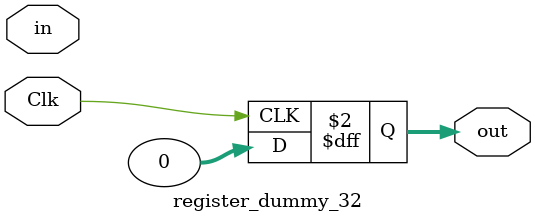
<source format=v>
module register_dummy_32 (output reg [31:0] out, input wire [31:0] in, input wire Clk);
always @ (posedge Clk)
	out <= 32'h00000000; //Always outputting 32 bits of '0'
endmodule


</source>
